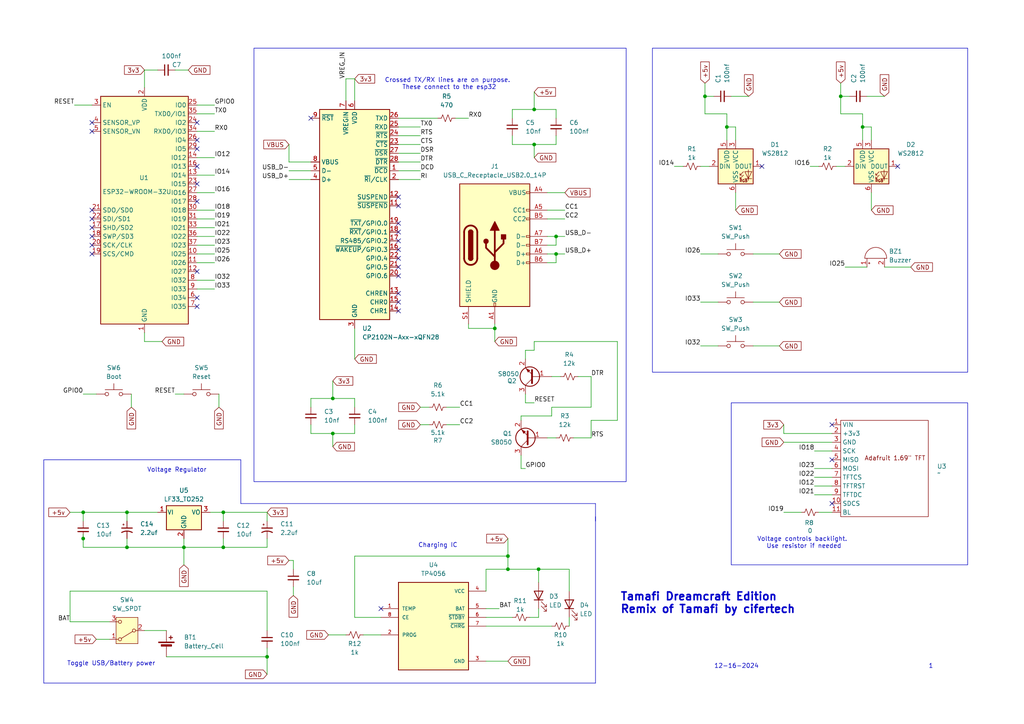
<source format=kicad_sch>
(kicad_sch (version 20231120) (generator "eeschema") (generator_version "8.0")
  (paper "A4")
  (lib_symbols
    (symbol "Connector:USB_C_Receptacle_USB2.0_14P" (pin_names (offset 1.016))
      (property "Reference" "J" (at 0 22.225 0))
      (property "Value" "USB_C_Receptacle_USB2.0_14P" (at 0 19.685 0))
      (symbol "USB_C_Receptacle_USB2.0_14P_1_1"
        (pin passive line (at 0 -22.86 90) (length 5.08) (name "GND") (number "A1"))
        (pin passive line (at 0 -22.86 90) (length 5.08) hide (name "GND") (number "A12"))
        (pin passive line (at 15.24 15.24 180) (length 5.08) (name "VBUS") (number "A4"))
        (pin bidirectional line (at 15.24 10.16 180) (length 5.08) (name "CC1") (number "A5"))
        (pin bidirectional line (at 15.24 -2.54 180) (length 5.08) (name "D+") (number "A6"))
        (pin bidirectional line (at 15.24 2.54 180) (length 5.08) (name "D-") (number "A7"))
        (pin passive line (at 15.24 15.24 180) (length 5.08) hide (name "VBUS") (number "A9"))
        (pin passive line (at 0 -22.86 90) (length 5.08) hide (name "GND") (number "B1"))
        (pin passive line (at 0 -22.86 90) (length 5.08) hide (name "GND") (number "B12"))
        (pin passive line (at 15.24 15.24 180) (length 5.08) hide (name "VBUS") (number "B4"))
        (pin bidirectional line (at 15.24 7.62 180) (length 5.08) (name "CC2") (number "B5"))
        (pin bidirectional line (at 15.24 -5.08 180) (length 5.08) (name "D+") (number "B6"))
        (pin bidirectional line (at 15.24 0 180) (length 5.08) (name "D-") (number "B7"))
        (pin passive line (at 15.24 15.24 180) (length 5.08) hide (name "VBUS") (number "B9"))
        (pin passive line (at -7.62 -22.86 90) (length 5.08) (name "SHIELD") (number "S1"))
      )
    )
    (symbol "Custom-Adafruit:Adafruit-1.69in-TFT"
      (property "Reference" "U3" (at 15.24 -0.6349 0))
      (property "Value" "~" (at 15.24 -2.54 0))
      (symbol "Adafruit-1.69in-TFT_1_1"
        (text "Adafruit 1.69\" TFT" (at 3.048 1.778 0) (effects (font (size 1.27 1.27))))
        (pin input line (at -15.24 11.43 0) (length 2.54) (name "VIN") (number "1"))
        (pin input line (at -15.24 -11.43 0) (length 2.54) (name "SDCS") (number "10"))
        (pin input line (at -15.24 -13.97 0) (length 2.54) (name "BL") (number "11"))
        (pin input line (at -15.24 8.89 0) (length 2.54) (name "+3v3") (number "2"))
        (pin input line (at -15.24 6.35 0) (length 2.54) (name "GND") (number "3"))
        (pin input line (at -15.24 3.81 0) (length 2.54) (name "SCK") (number "4"))
        (pin input line (at -15.24 1.27 0) (length 2.54) (name "MISO") (number "5"))
        (pin input line (at -15.24 -1.27 0) (length 2.54) (name "MOSI") (number "6"))
        (pin input line (at -15.24 -3.81 0) (length 2.54) (name "TFTCS") (number "7"))
        (pin input line (at -15.24 -6.35 0) (length 2.54) (name "TFTRST") (number "8"))
        (pin input line (at -15.24 -8.89 0) (length 2.54) (name "TFTDC") (number "9"))
      )
    )
    (symbol "CustomAdditions:TP4056" (pin_names (offset 1.016))
      (property "Reference" "U4" (at 0 17.78 0))
      (property "Value" "TP4056" (at 0 15.24 0))
      (symbol "TP4056_0_0"
        (pin input line (at -15.24 5.08 0) (length 5.08) (name "TEMP") (number "1"))
        (pin bidirectional line (at -15.24 -2.54 0) (length 5.08) (name "PROG") (number "2"))
        (pin power_in line (at 15.24 -10.16 180) (length 5.08) (name "GND") (number "3"))
        (pin power_in line (at 15.24 10.16 180) (length 5.08) (name "VCC") (number "4"))
        (pin output line (at 15.24 5.08 180) (length 5.08) (name "BAT") (number "5"))
        (pin output line (at 15.24 2.54 180) (length 5.08) (name "~{STDBY}") (number "6"))
        (pin output line (at 15.24 0 180) (length 5.08) (name "~{CHRG}") (number "7"))
        (pin input line (at -15.24 2.54 0) (length 5.08) (name "CE") (number "8"))
      )
    )
    (symbol "Device:Battery_Cell" (pin_numbers hide) (pin_names (offset 0) hide)
      (property "Reference" "BT" (at 2.54 2.54 0))
      (property "Value" "Battery_Cell" (at 2.54 0 0))
      (symbol "Battery_Cell_1_1"
        (pin passive line (at 0 5.08 270) (length 2.54) (name "+") (number "1"))
        (pin passive line (at 0 -2.54 90) (length 2.54) (name "-") (number "2"))
      )
    )
    (symbol "Device:Buzzer" (pin_names (offset 0.0254) hide)
      (property "Reference" "BZ" (at 3.81 1.27 0))
      (property "Value" "Buzzer" (at 3.81 -1.27 0))
      (symbol "Buzzer_1_1"
        (pin passive line (at -2.54 2.54 0) (length 2.54) (name "+") (number "1"))
        (pin passive line (at -2.54 -2.54 0) (length 2.54) (name "-") (number "2"))
      )
    )
    (symbol "Device:C_Polarized_Small_US" (pin_numbers hide) (pin_names (offset 0.254) hide)
      (property "Reference" "C" (at 0.254 1.778 0))
      (property "Value" "C_Polarized_Small_US" (at 0.254 -2.032 0))
      (symbol "C_Polarized_Small_US_1_1"
        (pin passive line (at 0 2.54 270) (length 2.032) (name "~") (number "1"))
        (pin passive line (at 0 -2.54 90) (length 2.032) (name "~") (number "2"))
      )
    )
    (symbol "Device:C_Small" (pin_numbers hide) (pin_names (offset 0.254) hide)
      (property "Reference" "C" (at 0.254 1.778 0))
      (property "Value" "C_Small" (at 0.254 -2.032 0))
      (symbol "C_Small_1_1"
        (pin passive line (at 0 2.54 270) (length 2.032) (name "~") (number "1"))
        (pin passive line (at 0 -2.54 90) (length 2.032) (name "~") (number "2"))
      )
    )
    (symbol "Device:LED" (pin_numbers hide) (pin_names (offset 1.016) hide)
      (property "Reference" "D" (at 0 2.54 0))
      (property "Value" "LED" (at 0 -2.54 0))
      (symbol "LED_1_1"
        (pin passive line (at -3.81 0 0) (length 2.54) (name "K") (number "1"))
        (pin passive line (at 3.81 0 180) (length 2.54) (name "A") (number "2"))
      )
    )
    (symbol "Device:R_Small_US" (pin_numbers hide) (pin_names (offset 0.254) hide)
      (property "Reference" "R" (at 0.762 0.508 0))
      (property "Value" "R_Small_US" (at 0.762 -1.016 0))
      (symbol "R_Small_US_1_1"
        (pin passive line (at 0 2.54 270) (length 1.016) (name "~") (number "1"))
        (pin passive line (at 0 -2.54 90) (length 1.016) (name "~") (number "2"))
      )
    )
    (symbol "Interface_USB:CP2102N-Axx-xQFN28"
      (property "Reference" "U" (at -8.89 31.75 0))
      (property "Value" "CP2102N-Axx-xQFN28" (at 12.7 31.75 0))
      (symbol "CP2102N-Axx-xQFN28_1_1"
        (pin input line (at 12.7 12.7 180) (length 2.54) (name "~{DCD}") (number "1"))
        (pin no_connect line (at -10.16 -27.94 0) (length 2.54) hide (name "NC") (number "10"))
        (pin output line (at 12.7 2.54 180) (length 2.54) (name "~{SUSPEND}") (number "11"))
        (pin output line (at 12.7 5.08 180) (length 2.54) (name "SUSPEND") (number "12"))
        (pin output line (at 12.7 -22.86 180) (length 2.54) (name "CHREN") (number "13"))
        (pin output line (at 12.7 -27.94 180) (length 2.54) (name "CHR1") (number "14"))
        (pin output line (at 12.7 -25.4 180) (length 2.54) (name "CHR0") (number "15"))
        (pin bidirectional line (at 12.7 -10.16 180) (length 2.54) (name "~{WAKEUP}/GPIO.3") (number "16"))
        (pin bidirectional line (at 12.7 -7.62 180) (length 2.54) (name "RS485/GPIO.2") (number "17"))
        (pin bidirectional line (at 12.7 -5.08 180) (length 2.54) (name "~{RXT}/GPIO.1") (number "18"))
        (pin bidirectional line (at 12.7 -2.54 180) (length 2.54) (name "~{TXT}/GPIO.0") (number "19"))
        (pin bidirectional line (at 12.7 10.16 180) (length 2.54) (name "~{RI}/CLK") (number "2"))
        (pin bidirectional line (at 12.7 -17.78 180) (length 2.54) (name "GPIO.6") (number "20"))
        (pin bidirectional line (at 12.7 -15.24 180) (length 2.54) (name "GPIO.5") (number "21"))
        (pin bidirectional line (at 12.7 -12.7 180) (length 2.54) (name "GPIO.4") (number "22"))
        (pin input line (at 12.7 20.32 180) (length 2.54) (name "~{CTS}") (number "23"))
        (pin output line (at 12.7 22.86 180) (length 2.54) (name "~{RTS}") (number "24"))
        (pin input line (at 12.7 25.4 180) (length 2.54) (name "RXD") (number "25"))
        (pin output line (at 12.7 27.94 180) (length 2.54) (name "TXD") (number "26"))
        (pin input line (at 12.7 17.78 180) (length 2.54) (name "~{DSR}") (number "27"))
        (pin output line (at 12.7 15.24 180) (length 2.54) (name "~{DTR}") (number "28"))
        (pin passive line (at 0 -33.02 90) (length 2.54) hide (name "GND") (number "29"))
        (pin power_in line (at 0 -33.02 90) (length 2.54) (name "GND") (number "3"))
        (pin bidirectional line (at -12.7 10.16 0) (length 2.54) (name "D+") (number "4"))
        (pin bidirectional line (at -12.7 12.7 0) (length 2.54) (name "D-") (number "5"))
        (pin power_in line (at 0 33.02 270) (length 2.54) (name "VDD") (number "6"))
        (pin power_in line (at -2.54 33.02 270) (length 2.54) (name "VREGIN") (number "7"))
        (pin input line (at -12.7 15.24 0) (length 2.54) (name "VBUS") (number "8"))
        (pin input line (at -12.7 27.94 0) (length 2.54) (name "~{RST}") (number "9"))
      )
    )
    (symbol "LED:WS2812" (pin_names (offset 0.254))
      (property "Reference" "D" (at 5.08 5.715 0))
      (property "Value" "WS2812" (at 1.27 -5.715 0))
      (symbol "WS2812_0_0"
        (text "RGB" (at 2.286 -4.191 0) (effects (font (size 0.762 0.762))))
      )
      (symbol "WS2812_1_1"
        (pin output line (at 7.62 0 180) (length 2.54) (name "DOUT") (number "1"))
        (pin input line (at -7.62 0 0) (length 2.54) (name "DIN") (number "2"))
        (pin power_in line (at 0 7.62 270) (length 2.54) (name "VCC") (number "3"))
        (pin no_connect line (at 5.08 2.54 180) (length 2.54) hide (name "NC") (number "4"))
        (pin power_in line (at -2.54 7.62 270) (length 2.54) (name "VDD") (number "5"))
        (pin power_in line (at 0 -7.62 90) (length 2.54) (name "VSS") (number "6"))
      )
    )
    (symbol "RF_Module:ESP32-WROOM-32U"
      (property "Reference" "U" (at -12.7 34.29 0))
      (property "Value" "ESP32-WROOM-32U" (at 1.27 34.29 0))
      (symbol "ESP32-WROOM-32U_1_1"
        (pin power_in line (at 0 -35.56 90) (length 2.54) (name "GND") (number "1"))
        (pin bidirectional line (at 15.24 -12.7 180) (length 2.54) (name "IO25") (number "10"))
        (pin bidirectional line (at 15.24 -15.24 180) (length 2.54) (name "IO26") (number "11"))
        (pin bidirectional line (at 15.24 -17.78 180) (length 2.54) (name "IO27") (number "12"))
        (pin bidirectional line (at 15.24 10.16 180) (length 2.54) (name "IO14") (number "13"))
        (pin bidirectional line (at 15.24 15.24 180) (length 2.54) (name "IO12") (number "14"))
        (pin passive line (at 0 -35.56 90) (length 2.54) hide (name "GND") (number "15"))
        (pin bidirectional line (at 15.24 12.7 180) (length 2.54) (name "IO13") (number "16"))
        (pin bidirectional line (at -15.24 -5.08 0) (length 2.54) (name "SHD/SD2") (number "17"))
        (pin bidirectional line (at -15.24 -7.62 0) (length 2.54) (name "SWP/SD3") (number "18"))
        (pin bidirectional line (at -15.24 -12.7 0) (length 2.54) (name "SCS/CMD") (number "19"))
        (pin power_in line (at 0 35.56 270) (length 2.54) (name "VDD") (number "2"))
        (pin bidirectional line (at -15.24 -10.16 0) (length 2.54) (name "SCK/CLK") (number "20"))
        (pin bidirectional line (at -15.24 0 0) (length 2.54) (name "SDO/SD0") (number "21"))
        (pin bidirectional line (at -15.24 -2.54 0) (length 2.54) (name "SDI/SD1") (number "22"))
        (pin bidirectional line (at 15.24 7.62 180) (length 2.54) (name "IO15") (number "23"))
        (pin bidirectional line (at 15.24 25.4 180) (length 2.54) (name "IO2") (number "24"))
        (pin bidirectional line (at 15.24 30.48 180) (length 2.54) (name "IO0") (number "25"))
        (pin bidirectional line (at 15.24 20.32 180) (length 2.54) (name "IO4") (number "26"))
        (pin bidirectional line (at 15.24 5.08 180) (length 2.54) (name "IO16") (number "27"))
        (pin bidirectional line (at 15.24 2.54 180) (length 2.54) (name "IO17") (number "28"))
        (pin bidirectional line (at 15.24 17.78 180) (length 2.54) (name "IO5") (number "29"))
        (pin input line (at -15.24 30.48 0) (length 2.54) (name "EN") (number "3"))
        (pin bidirectional line (at 15.24 0 180) (length 2.54) (name "IO18") (number "30"))
        (pin bidirectional line (at 15.24 -2.54 180) (length 2.54) (name "IO19") (number "31"))
        (pin no_connect line (at -12.7 -27.94 0) (length 2.54) hide (name "NC") (number "32"))
        (pin bidirectional line (at 15.24 -5.08 180) (length 2.54) (name "IO21") (number "33"))
        (pin bidirectional line (at 15.24 22.86 180) (length 2.54) (name "RXD0/IO3") (number "34"))
        (pin bidirectional line (at 15.24 27.94 180) (length 2.54) (name "TXD0/IO1") (number "35"))
        (pin bidirectional line (at 15.24 -7.62 180) (length 2.54) (name "IO22") (number "36"))
        (pin bidirectional line (at 15.24 -10.16 180) (length 2.54) (name "IO23") (number "37"))
        (pin passive line (at 0 -35.56 90) (length 2.54) hide (name "GND") (number "38"))
        (pin passive line (at 0 -35.56 90) (length 2.54) hide (name "GND") (number "39"))
        (pin input line (at -15.24 25.4 0) (length 2.54) (name "SENSOR_VP") (number "4"))
        (pin input line (at -15.24 22.86 0) (length 2.54) (name "SENSOR_VN") (number "5"))
        (pin input line (at 15.24 -25.4 180) (length 2.54) (name "IO34") (number "6"))
        (pin input line (at 15.24 -27.94 180) (length 2.54) (name "IO35") (number "7"))
        (pin bidirectional line (at 15.24 -20.32 180) (length 2.54) (name "IO32") (number "8"))
        (pin bidirectional line (at 15.24 -22.86 180) (length 2.54) (name "IO33") (number "9"))
      )
    )
    (symbol "Regulator_Linear:LF33_TO252" (pin_names (offset 0.254))
      (property "Reference" "U" (at -3.81 3.175 0))
      (property "Value" "LF33_TO252" (at 0 3.175 0))
      (symbol "LF33_TO252_1_1"
        (pin power_in line (at -7.62 0 0) (length 2.54) (name "VI") (number "1"))
        (pin power_in line (at 0 -7.62 90) (length 2.54) (name "GND") (number "2"))
        (pin power_out line (at 7.62 0 180) (length 2.54) (name "VO") (number "3"))
      )
    )
    (symbol "Switch:SW_Push" (pin_numbers hide) (pin_names (offset 1.016) hide)
      (property "Reference" "SW" (at 1.27 2.54 0))
      (property "Value" "SW_Push" (at 0 -1.524 0))
      (symbol "SW_Push_0_1"
        (pin passive line (at -5.08 0 0) (length 2.54) (name "1") (number "1"))
        (pin passive line (at 5.08 0 180) (length 2.54) (name "2") (number "2"))
      )
    )
    (symbol "Switch:SW_SPDT" (pin_names (offset 0) hide)
      (property "Reference" "SW" (at 0 5.08 0))
      (property "Value" "SW_SPDT" (at 0 -5.08 0))
      (symbol "SW_SPDT_1_1"
        (pin passive line (at 5.08 2.54 180) (length 2.54) (name "A") (number "1"))
        (pin passive line (at -5.08 0 0) (length 2.54) (name "B") (number "2"))
        (pin passive line (at 5.08 -2.54 180) (length 2.54) (name "C") (number "3"))
      )
    )
    (symbol "Transistor_BJT:SS8050" (pin_names (offset 0) hide)
      (property "Reference" "Q" (at 5.08 1.905 0))
      (property "Value" "SS8050" (at 5.08 0 0))
      (symbol "SS8050_1_1"
        (pin input line (at -5.08 0 0) (length 5.715) (name "B") (number "1"))
        (pin passive line (at 2.54 -5.08 90) (length 2.54) (name "E") (number "2"))
        (pin passive line (at 2.54 5.08 270) (length 2.54) (name "C") (number "3"))
      )
    )
  )
  (junction (at 36.83 148.59))
  (junction (at 53.34 158.75))
  (junction (at 154.94 41.91))
  (junction (at 243.84 27.94))
  (junction (at 210.82 36.83))
  (junction (at 96.52 125.73))
  (junction (at 96.52 115.57))
  (junction (at 24.13 148.59))
  (junction (at 154.94 31.75))
  (junction (at 161.29 68.58))
  (junction (at 161.29 73.66))
  (junction (at 64.77 148.59))
  (junction (at 156.21 165.1))
  (junction (at 24.13 156.21))
  (junction (at 250.19 36.83))
  (junction (at 147.32 161.29))
  (junction (at 36.83 158.75))
  (junction (at 147.32 165.1))
  (junction (at 77.47 190.5))
  (junction (at 204.47 27.94))
  (junction (at 143.51 95.25))
  (junction (at 64.77 158.75))
  (no_connect (at 26.67 63.5))
  (no_connect (at 57.15 88.9))
  (no_connect (at 57.15 53.34))
  (no_connect (at 115.57 87.63))
  (no_connect (at 90.17 34.29))
  (no_connect (at 110.49 176.53))
  (no_connect (at 26.67 71.12))
  (no_connect (at 57.15 43.18))
  (no_connect (at 26.67 35.56))
  (no_connect (at 57.15 48.26))
  (no_connect (at 57.15 35.56))
  (no_connect (at 115.57 57.15))
  (no_connect (at 57.15 58.42))
  (no_connect (at 241.3 123.19))
  (no_connect (at 241.3 133.35))
  (no_connect (at 115.57 90.17))
  (no_connect (at 26.67 38.1))
  (no_connect (at 115.57 72.39))
  (no_connect (at 115.57 64.77))
  (no_connect (at 26.67 60.96))
  (no_connect (at 115.57 85.09))
  (no_connect (at 26.67 73.66))
  (no_connect (at 220.98 48.26))
  (no_connect (at 115.57 74.93))
  (no_connect (at 115.57 80.01))
  (no_connect (at 26.67 68.58))
  (no_connect (at 115.57 69.85))
  (no_connect (at 57.15 86.36))
  (no_connect (at 260.35 48.26))
  (no_connect (at 26.67 66.04))
  (no_connect (at 57.15 78.74))
  (no_connect (at 241.3 146.05))
  (no_connect (at 115.57 59.69))
  (no_connect (at 115.57 77.47))
  (no_connect (at 115.57 67.31))
  (no_connect (at 57.15 40.64))
  (wire (pts (xy 24.13 156.21) (xy 24.13 154.94)))
  (wire (pts (xy 46.99 99.06) (xy 41.91 99.06)))
  (wire (pts (xy 115.57 49.53) (xy 121.92 49.53)))
  (wire (pts (xy 41.91 20.32) (xy 41.91 25.4)))
  (wire (pts (xy 213.36 55.88) (xy 213.36 60.96)))
  (polyline (pts (xy 69.85 146.05) (xy 172.72 146.05)))
  (polyline (pts (xy 12.7 198.12) (xy 12.7 133.35)))
  (wire (pts (xy 160.02 120.65) (xy 160.02 118.11)))
  (wire (pts (xy 96.52 115.57) (xy 102.87 115.57)))
  (polyline (pts (xy 172.72 149.86) (xy 172.72 198.12)))
  (polyline (pts (xy 69.85 133.35) (xy 69.85 146.05)))
  (wire (pts (xy 161.29 34.29) (xy 161.29 31.75)))
  (wire (pts (xy 236.22 135.89) (xy 241.3 135.89)))
  (wire (pts (xy 250.19 33.02) (xy 243.84 33.02)))
  (wire (pts (xy 41.91 99.06) (xy 41.91 96.52)))
  (wire (pts (xy 41.91 20.32) (xy 45.72 20.32)))
  (wire (pts (xy 57.15 73.66) (xy 62.23 73.66)))
  (wire (pts (xy 161.29 41.91) (xy 154.94 41.91)))
  (wire (pts (xy 132.08 34.29) (xy 135.89 34.29)))
  (wire (pts (xy 158.75 73.66) (xy 161.29 73.66)))
  (polyline (pts (xy 172.72 198.12) (xy 12.7 198.12)))
  (wire (pts (xy 227.33 128.27) (xy 241.3 128.27)))
  (wire (pts (xy 77.47 187.96) (xy 77.47 190.5)))
  (wire (pts (xy 64.77 148.59) (xy 77.47 148.59)))
  (wire (pts (xy 115.57 36.83) (xy 121.92 36.83)))
  (wire (pts (xy 218.44 73.66) (xy 226.06 73.66)))
  (wire (pts (xy 64.77 156.21) (xy 64.77 158.75)))
  (wire (pts (xy 234.95 48.26) (xy 237.49 48.26)))
  (wire (pts (xy 57.15 81.28) (xy 62.23 81.28)))
  (wire (pts (xy 161.29 68.58) (xy 163.83 68.58)))
  (wire (pts (xy 24.13 151.13) (xy 24.13 148.59)))
  (wire (pts (xy 77.47 182.88) (xy 77.47 171.45)))
  (wire (pts (xy 102.87 123.19) (xy 102.87 125.73)))
  (wire (pts (xy 140.97 165.1) (xy 147.32 165.1)))
  (wire (pts (xy 148.59 31.75) (xy 154.94 31.75)))
  (wire (pts (xy 102.87 179.07) (xy 102.87 161.29)))
  (wire (pts (xy 153.67 179.07) (xy 156.21 179.07)))
  (wire (pts (xy 124.46 123.19) (xy 121.92 123.19)))
  (wire (pts (xy 156.21 168.91) (xy 156.21 165.1)))
  (wire (pts (xy 57.15 66.04) (xy 62.23 66.04)))
  (wire (pts (xy 115.57 39.37) (xy 121.92 39.37)))
  (wire (pts (xy 53.34 156.21) (xy 53.34 158.75)))
  (wire (pts (xy 148.59 41.91) (xy 154.94 41.91)))
  (wire (pts (xy 115.57 41.91) (xy 121.92 41.91)))
  (wire (pts (xy 152.4 116.84) (xy 152.4 114.3)))
  (wire (pts (xy 64.77 151.13) (xy 64.77 148.59)))
  (wire (pts (xy 213.36 40.64) (xy 213.36 36.83)))
  (wire (pts (xy 57.15 33.02) (xy 62.23 33.02)))
  (wire (pts (xy 243.84 33.02) (xy 243.84 27.94)))
  (wire (pts (xy 57.15 63.5) (xy 62.23 63.5)))
  (wire (pts (xy 105.41 184.15) (xy 110.49 184.15)))
  (wire (pts (xy 77.47 158.75) (xy 77.47 156.21)))
  (wire (pts (xy 77.47 148.59) (xy 77.47 151.13)))
  (wire (pts (xy 57.15 76.2) (xy 62.23 76.2)))
  (wire (pts (xy 90.17 118.11) (xy 90.17 115.57)))
  (wire (pts (xy 96.52 110.49) (xy 96.52 115.57)))
  (wire (pts (xy 195.58 48.26) (xy 198.12 48.26)))
  (wire (pts (xy 152.4 135.89) (xy 151.13 135.89)))
  (wire (pts (xy 140.97 191.77) (xy 147.32 191.77)))
  (wire (pts (xy 53.34 158.75) (xy 53.34 163.83)))
  (wire (pts (xy 77.47 190.5) (xy 77.47 195.58)))
  (wire (pts (xy 250.19 36.83) (xy 250.19 33.02)))
  (wire (pts (xy 236.22 143.51) (xy 241.3 143.51)))
  (wire (pts (xy 102.87 22.86) (xy 102.87 29.21)))
  (wire (pts (xy 148.59 34.29) (xy 148.59 31.75)))
  (wire (pts (xy 210.82 36.83) (xy 210.82 33.02)))
  (wire (pts (xy 154.94 26.67) (xy 154.94 31.75)))
  (wire (pts (xy 57.15 38.1) (xy 62.23 38.1)))
  (wire (pts (xy 203.2 73.66) (xy 208.28 73.66)))
  (wire (pts (xy 151.13 135.89) (xy 151.13 132.08)))
  (wire (pts (xy 158.75 127) (xy 161.29 127)))
  (wire (pts (xy 36.83 156.21) (xy 36.83 158.75)))
  (wire (pts (xy 100.33 22.86) (xy 102.87 22.86)))
  (wire (pts (xy 57.15 55.88) (xy 62.23 55.88)))
  (wire (pts (xy 57.15 68.58) (xy 62.23 68.58)))
  (wire (pts (xy 245.11 77.47) (xy 251.46 77.47)))
  (wire (pts (xy 160.02 109.22) (xy 162.56 109.22)))
  (wire (pts (xy 243.84 27.94) (xy 246.38 27.94)))
  (wire (pts (xy 161.29 76.2) (xy 161.29 73.66)))
  (wire (pts (xy 124.46 118.11) (xy 121.92 118.11)))
  (wire (pts (xy 85.09 170.18) (xy 85.09 172.72)))
  (wire (pts (xy 50.8 20.32) (xy 54.61 20.32)))
  (wire (pts (xy 53.34 158.75) (xy 64.77 158.75)))
  (wire (pts (xy 20.32 180.34) (xy 31.75 180.34)))
  (wire (pts (xy 27.94 185.42) (xy 31.75 185.42)))
  (wire (pts (xy 204.47 27.94) (xy 207.01 27.94)))
  (wire (pts (xy 256.54 77.47) (xy 264.16 77.47)))
  (wire (pts (xy 154.94 101.6) (xy 152.4 101.6)))
  (wire (pts (xy 252.73 36.83) (xy 252.73 40.64)))
  (wire (pts (xy 203.2 48.26) (xy 205.74 48.26)))
  (wire (pts (xy 110.49 179.07) (xy 102.87 179.07)))
  (wire (pts (xy 166.37 127) (xy 171.45 127)))
  (wire (pts (xy 115.57 34.29) (xy 127 34.29)))
  (wire (pts (xy 60.96 148.59) (xy 64.77 148.59)))
  (wire (pts (xy 218.44 100.33) (xy 226.06 100.33)))
  (wire (pts (xy 165.1 179.07) (xy 165.1 181.61)))
  (wire (pts (xy 115.57 44.45) (xy 121.92 44.45)))
  (wire (pts (xy 252.73 55.88) (xy 252.73 60.96)))
  (wire (pts (xy 140.97 176.53) (xy 144.78 176.53)))
  (wire (pts (xy 115.57 52.07) (xy 121.92 52.07)))
  (wire (pts (xy 57.15 45.72) (xy 62.23 45.72)))
  (wire (pts (xy 83.82 162.56) (xy 85.09 162.56)))
  (wire (pts (xy 251.46 27.94) (xy 256.54 27.94)))
  (wire (pts (xy 237.49 148.59) (xy 241.3 148.59)))
  (wire (pts (xy 90.17 125.73) (xy 96.52 125.73)))
  (wire (pts (xy 210.82 40.64) (xy 210.82 36.83)))
  (wire (pts (xy 147.32 156.21) (xy 147.32 161.29)))
  (wire (pts (xy 161.29 71.12) (xy 161.29 68.58)))
  (wire (pts (xy 242.57 48.26) (xy 245.11 48.26)))
  (wire (pts (xy 140.97 179.07) (xy 148.59 179.07)))
  (wire (pts (xy 236.22 130.81) (xy 241.3 130.81)))
  (wire (pts (xy 20.32 171.45) (xy 20.32 180.34)))
  (wire (pts (xy 152.4 101.6) (xy 152.4 104.14)))
  (wire (pts (xy 165.1 171.45) (xy 165.1 165.1)))
  (wire (pts (xy 203.2 100.33) (xy 208.28 100.33)))
  (wire (pts (xy 21.59 30.48) (xy 26.67 30.48)))
  (polyline (pts (xy 172.72 146.05) (xy 172.72 151.13)))
  (wire (pts (xy 24.13 148.59) (xy 36.83 148.59)))
  (wire (pts (xy 36.83 158.75) (xy 53.34 158.75)))
  (wire (pts (xy 85.09 162.56) (xy 85.09 165.1)))
  (wire (pts (xy 179.07 99.06) (xy 179.07 121.92)))
  (wire (pts (xy 20.32 148.59) (xy 24.13 148.59)))
  (wire (pts (xy 154.94 41.91) (xy 154.94 45.72)))
  (wire (pts (xy 227.33 125.73) (xy 227.33 123.19)))
  (wire (pts (xy 24.13 158.75) (xy 36.83 158.75)))
  (wire (pts (xy 50.8 114.3) (xy 53.34 114.3)))
  (wire (pts (xy 102.87 161.29) (xy 147.32 161.29)))
  (wire (pts (xy 158.75 76.2) (xy 161.29 76.2)))
  (wire (pts (xy 83.82 52.07) (xy 90.17 52.07)))
  (wire (pts (xy 151.13 120.65) (xy 151.13 121.92)))
  (wire (pts (xy 147.32 165.1) (xy 147.32 161.29)))
  (wire (pts (xy 160.02 118.11) (xy 171.45 118.11)))
  (wire (pts (xy 102.87 95.25) (xy 102.87 104.14)))
  (wire (pts (xy 204.47 27.94) (xy 204.47 24.13)))
  (wire (pts (xy 57.15 60.96) (xy 62.23 60.96)))
  (wire (pts (xy 158.75 68.58) (xy 161.29 68.58)))
  (wire (pts (xy 140.97 165.1) (xy 140.97 171.45)))
  (wire (pts (xy 38.1 114.3) (xy 38.1 118.11)))
  (wire (pts (xy 252.73 36.83) (xy 250.19 36.83)))
  (wire (pts (xy 129.54 123.19) (xy 133.35 123.19)))
  (wire (pts (xy 236.22 140.97) (xy 241.3 140.97)))
  (wire (pts (xy 241.3 125.73) (xy 227.33 125.73)))
  (wire (pts (xy 154.94 99.06) (xy 179.07 99.06)))
  (wire (pts (xy 48.26 182.88) (xy 41.91 182.88)))
  (wire (pts (xy 227.33 148.59) (xy 232.41 148.59)))
  (wire (pts (xy 24.13 156.21) (xy 24.13 158.75)))
  (wire (pts (xy 57.15 71.12) (xy 62.23 71.12)))
  (wire (pts (xy 129.54 118.11) (xy 133.35 118.11)))
  (wire (pts (xy 57.15 30.48) (xy 62.23 30.48)))
  (wire (pts (xy 167.64 109.22) (xy 171.45 109.22)))
  (wire (pts (xy 36.83 148.59) (xy 36.83 151.13)))
  (wire (pts (xy 204.47 33.02) (xy 204.47 27.94)))
  (wire (pts (xy 212.09 27.94) (xy 217.17 27.94)))
  (wire (pts (xy 154.94 31.75) (xy 161.29 31.75)))
  (wire (pts (xy 36.83 148.59) (xy 45.72 148.59)))
  (wire (pts (xy 147.32 165.1) (xy 156.21 165.1)))
  (wire (pts (xy 213.36 36.83) (xy 210.82 36.83)))
  (wire (pts (xy 151.13 120.65) (xy 160.02 120.65)))
  (wire (pts (xy 158.75 60.96) (xy 163.83 60.96)))
  (wire (pts (xy 154.94 101.6) (xy 154.94 99.06)))
  (wire (pts (xy 210.82 33.02) (xy 204.47 33.02)))
  (wire (pts (xy 165.1 165.1) (xy 156.21 165.1)))
  (wire (pts (xy 96.52 125.73) (xy 96.52 129.54)))
  (polyline (pts (xy 12.7 133.35) (xy 69.85 133.35)))
  (wire (pts (xy 64.77 158.75) (xy 77.47 158.75)))
  (wire (pts (xy 90.17 46.99) (xy 83.82 46.99)))
  (wire (pts (xy 148.59 39.37) (xy 148.59 41.91)))
  (wire (pts (xy 102.87 125.73) (xy 96.52 125.73)))
  (wire (pts (xy 77.47 171.45) (xy 20.32 171.45)))
  (wire (pts (xy 135.89 95.25) (xy 143.51 95.25)))
  (wire (pts (xy 154.94 116.84) (xy 152.4 116.84)))
  (wire (pts (xy 63.5 114.3) (xy 63.5 118.11)))
  (wire (pts (xy 57.15 50.8) (xy 62.23 50.8)))
  (wire (pts (xy 158.75 63.5) (xy 163.83 63.5)))
  (wire (pts (xy 48.26 190.5) (xy 77.47 190.5)))
  (wire (pts (xy 218.44 87.63) (xy 226.06 87.63)))
  (wire (pts (xy 161.29 73.66) (xy 163.83 73.66)))
  (wire (pts (xy 143.51 95.25) (xy 143.51 99.06)))
  (wire (pts (xy 115.57 46.99) (xy 121.92 46.99)))
  (wire (pts (xy 156.21 179.07) (xy 156.21 176.53)))
  (wire (pts (xy 158.75 55.88) (xy 163.83 55.88)))
  (wire (pts (xy 24.13 114.3) (xy 27.94 114.3)))
  (wire (pts (xy 236.22 138.43) (xy 241.3 138.43)))
  (wire (pts (xy 250.19 40.64) (xy 250.19 36.83)))
  (wire (pts (xy 57.15 83.82) (xy 62.23 83.82)))
  (wire (pts (xy 203.2 87.63) (xy 208.28 87.63)))
  (wire (pts (xy 161.29 39.37) (xy 161.29 41.91)))
  (wire (pts (xy 83.82 46.99) (xy 83.82 41.91)))
  (wire (pts (xy 100.33 22.86) (xy 100.33 29.21)))
  (wire (pts (xy 171.45 118.11) (xy 171.45 109.22)))
  (wire (pts (xy 95.25 184.15) (xy 100.33 184.15)))
  (wire (pts (xy 158.75 71.12) (xy 161.29 71.12)))
  (wire (pts (xy 135.89 93.98) (xy 135.89 95.25)))
  (wire (pts (xy 143.51 93.98) (xy 143.51 95.25)))
  (wire (pts (xy 90.17 123.19) (xy 90.17 125.73)))
  (wire (pts (xy 90.17 115.57) (xy 96.52 115.57)))
  (wire (pts (xy 171.45 121.92) (xy 171.45 127)))
  (wire (pts (xy 83.82 49.53) (xy 90.17 49.53)))
  (wire (pts (xy 102.87 118.11) (xy 102.87 115.57)))
  (wire (pts (xy 179.07 121.92) (xy 171.45 121.92)))
  (wire (pts (xy 140.97 181.61) (xy 160.02 181.61)))
  (wire (pts (xy 243.84 27.94) (xy 243.84 24.13)))
  (rectangle (start 212.09 116.84) (end 280.67 163.83))
  (rectangle (start 189.23 13.97) (end 280.67 107.95))
  (rectangle (start 73.66 13.97) (end 181.61 139.7))
  (image (at 147.32 -109.22))
  (text "12-16-2024" (at 213.614 193.294 0) (effects (font (size 1.27 1.27))))
  (text "1" (at 270.002 193.294 0) (effects (font (size 1.27 1.27))))
  (text "Charging IC" (at 127 158.242 0) (effects (font (size 1.27 1.27))))
  (text "Voltage Regulator" (at 51.308 136.398 0) (effects (font (size 1.27 1.27))))
  (text "Toggle USB/Battery power" (at 32.258 192.532 0) (effects (font (size 1.27 1.27))))
  (text "Crossed TX/RX lines are on purpose. \nThese connect to the esp32" (at 130.302 24.384 0) (effects (font (size 1.27 1.27))))
  (text "Voltage controls backlight. \nUse resistor if needed" (at 233.172 157.48 0) (effects (font (size 1.27 1.27))))
  (text "Tamafi Dreamcraft Edition\nRemix of Tamafi by cifertech" (at 179.832 175.006 0) (effects (font (size 2.27 2.27) (thickness 0.454) (bold yes)) (justify left)))
  (label "IO33" (at 62.23 83.82 0))
  (label "IO23" (at 236.22 135.89 180))
  (label "RX0" (at 135.89 34.29 0))
  (label "CC1" (at 133.35 118.11 0))
  (label "IO19" (at 227.33 148.59 180))
  (label "BAT" (at 20.32 180.34 180))
  (label "IO22" (at 62.23 68.58 0))
  (label "DCD" (at 121.92 49.53 0))
  (label "USB_D-" (at 83.82 49.53 180))
  (label "GPIO0" (at 24.13 114.3 180))
  (label "IO21" (at 62.23 66.04 0))
  (label "GPIO0" (at 62.23 30.48 0))
  (label "DSR" (at 121.92 44.45 0))
  (label "RX0" (at 62.23 38.1 0))
  (label "IO22" (at 236.22 138.43 180))
  (label "RTS" (at 121.92 39.37 0))
  (label "IO25" (at 62.23 73.66 0))
  (label "IO32" (at 203.2 100.33 180))
  (label "IO19" (at 62.23 63.5 0))
  (label "IO18" (at 62.23 60.96 0))
  (label "BAT" (at 144.78 176.53 0))
  (label "RESET" (at 154.94 116.84 0))
  (label "USB_D-" (at 163.83 68.58 0))
  (label "IO14" (at 62.23 50.8 0))
  (label "IO18" (at 236.22 130.81 180))
  (label "RESET" (at 21.59 30.48 180))
  (label "IO33" (at 203.2 87.63 180))
  (label "CC1" (at 163.83 60.96 0))
  (label "IO14" (at 195.58 48.26 180))
  (label "IO12" (at 236.22 140.97 180))
  (label "USB_D+" (at 163.83 73.66 0))
  (label "USB_D+" (at 83.82 52.07 180))
  (label "RI" (at 121.92 52.07 0))
  (label "TX0" (at 121.92 36.83 0))
  (label "CC2" (at 163.83 63.5 0))
  (label "IO26" (at 62.23 76.2 0))
  (label "IO21" (at 236.22 143.51 180))
  (label "DTR" (at 121.92 46.99 0))
  (label "IO25" (at 245.11 77.47 180))
  (label "CC2" (at 133.35 123.19 0))
  (label "IO12" (at 62.23 45.72 0))
  (label "IO23" (at 62.23 71.12 0))
  (label "DTR" (at 171.45 109.22 0))
  (label "IO16" (at 234.95 48.26 180))
  (label "RTS" (at 171.45 127 0))
  (label "GPIO0" (at 152.4 135.89 0))
  (label "RESET" (at 50.8 114.3 180))
  (label "IO26" (at 203.2 73.66 180))
  (label "TX0" (at 62.23 33.02 0))
  (label "VREG_IN" (at 100.33 22.86 90))
  (label "CTS" (at 121.92 41.91 0))
  (label "IO32" (at 62.23 81.28 0))
  (label "IO16" (at 62.23 55.88 0))
  (global_label "3v3" (shape input) (at 102.87 22.86 0) (property "Intersheetrefs" "${INTERSHEET_REFS}" (effects (hide yes))))
  (global_label "GND" (shape input) (at 102.87 104.14 0) (property "Intersheetrefs" "${INTERSHEET_REFS}" (effects (hide yes))))
  (global_label "VBUS" (shape input) (at 83.82 41.91 180) (property "Intersheetrefs" "${INTERSHEET_REFS}" (effects (hide yes))))
  (global_label "GND" (shape input) (at 121.92 123.19 180) (property "Intersheetrefs" "${INTERSHEET_REFS}" (effects (hide yes))))
  (global_label "3v3" (shape input) (at 227.33 123.19 180) (property "Intersheetrefs" "${INTERSHEET_REFS}" (effects (hide yes))))
  (global_label "+5v" (shape input) (at 204.47 24.13 90) (property "Intersheetrefs" "${INTERSHEET_REFS}" (effects (hide yes))))
  (global_label "GND" (shape input) (at 53.34 163.83 270) (property "Intersheetrefs" "${INTERSHEET_REFS}" (effects (hide yes))))
  (global_label "GND" (shape input) (at 226.06 73.66 0) (property "Intersheetrefs" "${INTERSHEET_REFS}" (effects (hide yes))))
  (global_label "GND" (shape input) (at 154.94 45.72 0) (property "Intersheetrefs" "${INTERSHEET_REFS}" (effects (hide yes))))
  (global_label "3v3" (shape input) (at 77.47 148.59 0) (property "Intersheetrefs" "${INTERSHEET_REFS}" (effects (hide yes))))
  (global_label "GND" (shape input) (at 143.51 99.06 0) (property "Intersheetrefs" "${INTERSHEET_REFS}" (effects (hide yes))))
  (global_label "GND" (shape input) (at 264.16 77.47 0) (property "Intersheetrefs" "${INTERSHEET_REFS}" (effects (hide yes))))
  (global_label "GND" (shape input) (at 96.52 129.54 0) (property "Intersheetrefs" "${INTERSHEET_REFS}" (effects (hide yes))))
  (global_label "3v3" (shape input) (at 41.91 20.32 180) (property "Intersheetrefs" "${INTERSHEET_REFS}" (effects (hide yes))))
  (global_label "+5v" (shape input) (at 27.94 185.42 180) (property "Intersheetrefs" "${INTERSHEET_REFS}" (effects (hide yes))))
  (global_label "GND" (shape input) (at 217.17 27.94 90) (property "Intersheetrefs" "${INTERSHEET_REFS}" (effects (hide yes))))
  (global_label "GND" (shape input) (at 95.25 184.15 180) (property "Intersheetrefs" "${INTERSHEET_REFS}" (effects (hide yes))))
  (global_label "GND" (shape input) (at 256.54 27.94 90) (property "Intersheetrefs" "${INTERSHEET_REFS}" (effects (hide yes))))
  (global_label "GND" (shape input) (at 63.5 118.11 270) (property "Intersheetrefs" "${INTERSHEET_REFS}" (effects (hide yes))))
  (global_label "3v3" (shape input) (at 96.52 110.49 0) (property "Intersheetrefs" "${INTERSHEET_REFS}" (effects (hide yes))))
  (global_label "GND" (shape input) (at 252.73 60.96 0) (property "Intersheetrefs" "${INTERSHEET_REFS}" (effects (hide yes))))
  (global_label "GND" (shape input) (at 227.33 128.27 180) (property "Intersheetrefs" "${INTERSHEET_REFS}" (effects (hide yes))))
  (global_label "GND" (shape input) (at 121.92 118.11 180) (property "Intersheetrefs" "${INTERSHEET_REFS}" (effects (hide yes))))
  (global_label "+5v" (shape input) (at 83.82 162.56 180) (property "Intersheetrefs" "${INTERSHEET_REFS}" (effects (hide yes))))
  (global_label "GND" (shape input) (at 38.1 118.11 270) (property "Intersheetrefs" "${INTERSHEET_REFS}" (effects (hide yes))))
  (global_label "GND" (shape input) (at 46.99 99.06 0) (property "Intersheetrefs" "${INTERSHEET_REFS}" (effects (hide yes))))
  (global_label "GND" (shape input) (at 77.47 195.58 180) (property "Intersheetrefs" "${INTERSHEET_REFS}" (effects (hide yes))))
  (global_label "GND" (shape input) (at 147.32 191.77 0) (property "Intersheetrefs" "${INTERSHEET_REFS}" (effects (hide yes))))
  (global_label "GND" (shape input) (at 226.06 87.63 0) (property "Intersheetrefs" "${INTERSHEET_REFS}" (effects (hide yes))))
  (global_label "+5v" (shape input) (at 154.94 26.67 0) (property "Intersheetrefs" "${INTERSHEET_REFS}" (effects (hide yes))))
  (global_label "+5v" (shape input) (at 243.84 24.13 90) (property "Intersheetrefs" "${INTERSHEET_REFS}" (effects (hide yes))))
  (global_label "+5v" (shape input) (at 147.32 156.21 180) (property "Intersheetrefs" "${INTERSHEET_REFS}" (effects (hide yes))))
  (global_label "+5v" (shape input) (at 20.32 148.59 180) (property "Intersheetrefs" "${INTERSHEET_REFS}" (effects (hide yes))))
  (global_label "GND" (shape input) (at 226.06 100.33 0) (property "Intersheetrefs" "${INTERSHEET_REFS}" (effects (hide yes))))
  (global_label "GND" (shape input) (at 54.61 20.32 0) (property "Intersheetrefs" "${INTERSHEET_REFS}" (effects (hide yes))))
  (global_label "GND" (shape input) (at 213.36 60.96 0) (property "Intersheetrefs" "${INTERSHEET_REFS}" (effects (hide yes))))
  (global_label "VBUS" (shape input) (at 163.83 55.88 0) (property "Intersheetrefs" "${INTERSHEET_REFS}" (effects (hide yes))))
  (global_label "GND" (shape input) (at 85.09 172.72 270) (property "Intersheetrefs" "${INTERSHEET_REFS}" (effects (hide yes))))
  (symbol (lib_id "Device:R_Small_US") (at 234.95 148.59 270) (unit 1)
    (property "Reference" "R8" (at 234.696 151.638 90))
    (property "Value" "0" (at 234.95 153.924 90))
    (property "Footprint" "Resistor_SMD:R_0805_2012Metric" (effects (hide yes)))
    (property "Description" "Resistor, small US symbol" (effects (hide yes)))
  )
  (symbol (lib_id "Switch:SW_Push") (at 213.36 73.66 0) (unit 1)
    (property "Reference" "SW1" (at 213.36 66.04 0))
    (property "Value" "SW_Push" (at 213.36 68.58 0))
    (property "Footprint" "Button_Switch_SMD:SW_SPST_B3S-1000" (effects (hide yes)))
    (property "Description" "Push button switch, generic, two pins" (effects (hide yes)))
  )
  (symbol (lib_id "Device:Buzzer") (at 254 74.93 90) (unit 1)
    (property "Reference" "BZ1" (at 257.81 72.9048 90) (effects (justify right)))
    (property "Value" "Buzzer" (at 257.81 75.4448 90) (effects (justify right)))
    (property "Footprint" "Buzzer_Beeper:Buzzer_12x9.5RM7.6" (effects (hide yes)))
    (property "Description" "Buzzer, polarized" (effects (hide yes)))
  )
  (symbol (lib_id "Device:C_Small") (at 85.09 167.64 0) (unit 1)
    (property "Reference" "C8" (at 88.9 166.3762 0) (effects (justify left)))
    (property "Value" "10uf" (at 88.9 168.9162 0) (effects (justify left)))
    (property "Footprint" "Capacitor_SMD:C_0805_2012Metric" (effects (hide yes)))
    (property "Description" "Unpolarized capacitor, small symbol" (effects (hide yes)))
  )
  (symbol (lib_id "Switch:SW_Push") (at 213.36 87.63 0) (unit 1)
    (property "Reference" "SW2" (at 213.36 80.01 0))
    (property "Value" "SW_Push" (at 213.36 82.55 0))
    (property "Footprint" "Button_Switch_SMD:SW_SPST_B3S-1000" (effects (hide yes)))
    (property "Description" "Push button switch, generic, two pins" (effects (hide yes)))
  )
  (symbol (lib_id "Device:C_Small") (at 77.47 185.42 0) (unit 1)
    (property "Reference" "C10" (at 81.28 184.1562 0) (effects (justify left)))
    (property "Value" "100nf" (at 81.28 186.6962 0) (effects (justify left)))
    (property "Footprint" "Capacitor_SMD:C_0805_2012Metric" (effects (hide yes)))
    (property "Description" "Unpolarized capacitor, small symbol" (effects (hide yes)))
  )
  (symbol (lib_id "Device:R_Small_US") (at 165.1 109.22 90) (unit 1)
    (property "Reference" "R4" (at 165.1 102.87 90))
    (property "Value" "12k" (at 165.1 105.41 90))
    (property "Footprint" "Resistor_SMD:R_0805_2012Metric" (effects (hide yes)))
    (property "Description" "Resistor, small US symbol" (effects (hide yes)))
  )
  (symbol (lib_id "Switch:SW_Push") (at 213.36 100.33 0) (unit 1)
    (property "Reference" "SW3" (at 213.36 92.71 0))
    (property "Value" "SW_Push" (at 213.36 95.25 0))
    (property "Footprint" "Button_Switch_SMD:SW_SPST_B3S-1000" (effects (hide yes)))
    (property "Description" "Push button switch, generic, two pins" (effects (hide yes)))
  )
  (symbol (lib_id "Device:C_Small") (at 24.13 153.67 0) (unit 1)
    (property "Reference" "C13" (at 27.94 152.4062 0) (effects (justify left)))
    (property "Value" "10uf" (at 27.94 154.9462 0) (effects (justify left)))
    (property "Footprint" "Capacitor_SMD:C_0805_2012Metric" (effects (hide yes)))
    (property "Description" "Unpolarized capacitor, small symbol" (effects (hide yes)))
  )
  (symbol (lib_id "Device:R_Small_US") (at 240.03 48.26 270) (unit 1)
    (property "Reference" "R2" (at 240.03 43.18 90))
    (property "Value" "1k" (at 240.03 45.72 90))
    (property "Footprint" "Resistor_SMD:R_0805_2012Metric" (effects (hide yes)))
    (property "Description" "Resistor, small US symbol" (effects (hide yes)))
  )
  (symbol (lib_id "Device:C_Small") (at 64.77 153.67 0) (unit 1)
    (property "Reference" "C12" (at 68.58 152.4062 0) (effects (justify left)))
    (property "Value" "10uf" (at 68.58 154.9462 0) (effects (justify left)))
    (property "Footprint" "Capacitor_SMD:C_0805_2012Metric" (effects (hide yes)))
    (property "Description" "Unpolarized capacitor, small symbol" (effects (hide yes)))
  )
  (symbol (lib_id "Custom-Adafruit:Adafruit-1.69in-TFT") (at 256.54 134.62 0) (unit 1)
    (property "Reference" "U3" (at 271.78 135.2549 0) (effects (justify left)))
    (property "Value" "~" (at 271.78 137.16 0) (effects (justify left)))
    (property "Footprint" "Custom-Adafruit:Adafruit 1.69in 280x240 TFT" (effects (hide yes)))
  )
  (symbol (lib_id "Device:R_Small_US") (at 102.87 184.15 90) (unit 1)
    (property "Reference" "R12" (at 102.87 186.69 90))
    (property "Value" "1k" (at 102.87 189.23 90))
    (property "Footprint" "Resistor_SMD:R_0805_2012Metric" (effects (hide yes)))
    (property "Description" "Resistor, small US symbol" (effects (hide yes)))
  )
  (symbol (lib_id "Device:R_Small_US") (at 163.83 127 90) (unit 1)
    (property "Reference" "R3" (at 163.83 120.65 90))
    (property "Value" "12k" (at 163.83 123.19 90))
    (property "Footprint" "Resistor_SMD:R_0805_2012Metric" (effects (hide yes)))
    (property "Description" "Resistor, small US symbol" (effects (hide yes)))
  )
  (symbol (lib_id "Device:C_Small") (at 48.26 20.32 90) (unit 1)
    (property "Reference" "C7" (at 52.578 18.796 90) (effects (justify left)))
    (property "Value" "100nf" (at 52.578 16.256 90) (effects (justify left)))
    (property "Footprint" "Capacitor_SMD:C_0805_2012Metric" (effects (hide yes)))
    (property "Description" "Unpolarized capacitor, small symbol" (effects (hide yes)))
  )
  (symbol (lib_id "Device:R_Small_US") (at 151.13 179.07 270) (unit 1)
    (property "Reference" "R11" (at 150.876 174.244 90))
    (property "Value" "1k" (at 150.876 176.784 90))
    (property "Footprint" "Resistor_SMD:R_0805_2012Metric" (effects (hide yes)))
    (property "Description" "Resistor, small US symbol" (effects (hide yes)))
  )
  (symbol (lib_id "Device:C_Small") (at 90.17 120.65 0) (unit 1)
    (property "Reference" "C3" (at 93.98 119.3862 0) (effects (justify left)))
    (property "Value" "10nf" (at 93.98 121.9262 0) (effects (justify left)))
    (property "Footprint" "Capacitor_SMD:C_0805_2012Metric" (effects (hide yes)))
    (property "Description" "Unpolarized capacitor, small symbol" (effects (hide yes)))
  )
  (symbol (lib_id "Regulator_Linear:LF33_TO252") (at 53.34 148.59 0) (unit 1)
    (property "Reference" "U5" (at 53.34 142.24 0))
    (property "Value" "LF33_TO252" (at 53.34 144.78 0))
    (property "Footprint" "Package_TO_SOT_SMD:TO-252-2" (effects (hide yes)))
    (property "Datasheet" "http://www.st.com/content/ccc/resource/technical/document/datasheet/c4/0e/7e/2a/be/bc/4c/bd/CD00000546.pdf/files/CD00000546.pdf/jcr:content/translations/en.CD00000546.pdf" (effects (hide yes)))
    (property "Description" "Low-drop Voltage Regulator, Io up to 500mA, Fixed Vo 3.3V, TO-252 (DPAK)" (effects (hide yes)))
  )
  (symbol (lib_id "Interface_USB:CP2102N-Axx-xQFN28") (at 102.87 62.23 0) (unit 1)
    (property "Reference" "U2" (at 105.0641 95.25 0) (effects (justify left)))
    (property "Value" "CP2102N-Axx-xQFN28" (at 105.0641 97.79 0) (effects (justify left)))
    (property "Footprint" "Package_DFN_QFN:QFN-28-1EP_5x5mm_P0.5mm_EP3.35x3.35mm" (effects (hide yes)))
    (property "Datasheet" "https://www.silabs.com/documents/public/data-sheets/cp2102n-datasheet.pdf" (effects (hide yes)))
    (property "Description" "USB to UART master bridge, QFN-28" (effects (hide yes)))
  )
  (symbol (lib_id "Transistor_BJT:SS8050") (at 153.67 127 180) (unit 1)
    (property "Reference" "Q1" (at 148.59 125.7299 0) (effects (justify left)))
    (property "Value" "S8050" (at 148.59 128.2699 0) (effects (justify left)))
    (property "Footprint" "Package_TO_SOT_SMD:SOT-23" (effects (hide yes)))
    (property "Datasheet" "http://www.secosgmbh.com/datasheet/products/SSMPTransistor/SOT-23/SS8050.pdf" (effects (hide yes)))
    (property "Description" "General Purpose NPN Transistor, 1.5A Ic, 25V Vce, SOT-23" (effects (hide yes)))
  )
  (symbol (lib_id "Device:R_Small_US") (at 200.66 48.26 270) (unit 1)
    (property "Reference" "R1" (at 200.66 43.18 90))
    (property "Value" "1k" (at 200.66 45.72 90))
    (property "Footprint" "Resistor_SMD:R_0805_2012Metric" (effects (hide yes)))
    (property "Description" "Resistor, small US symbol" (effects (hide yes)))
  )
  (symbol (lib_id "LED:WS2812") (at 213.36 48.26 0) (unit 1)
    (property "Reference" "D1" (at 224.79 41.9414 0))
    (property "Value" "WS2812" (at 224.79 44.4814 0))
    (property "Footprint" "LED_SMD:LED_WS2812_PLCC6_5.0x5.0mm_P1.6mm" (effects (hide yes)))
    (property "Datasheet" "https://cdn-shop.adafruit.com/datasheets/WS2812.pdf" (effects (hide yes)))
    (property "Description" "RGB LED with integrated controller" (effects (hide yes)))
  )
  (symbol (lib_id "Device:C_Polarized_Small_US") (at 77.47 153.67 0) (unit 1)
    (property "Reference" "C11" (at 81.28 151.9681 0) (effects (justify left)))
    (property "Value" "2.2uf" (at 81.28 154.5081 0) (effects (justify left)))
    (property "Footprint" "Capacitor_SMD:C_0805_2012Metric" (effects (hide yes)))
    (property "Description" "Polarized capacitor, small US symbol" (effects (hide yes)))
  )
  (symbol (lib_id "LED:WS2812") (at 252.73 48.26 0) (unit 1)
    (property "Reference" "D2" (at 264.16 41.9414 0))
    (property "Value" "WS2812" (at 264.16 44.4814 0))
    (property "Footprint" "LED_SMD:LED_WS2812_PLCC6_5.0x5.0mm_P1.6mm" (effects (hide yes)))
    (property "Datasheet" "https://cdn-shop.adafruit.com/datasheets/WS2812.pdf" (effects (hide yes)))
    (property "Description" "RGB LED with integrated controller" (effects (hide yes)))
  )
  (symbol (lib_id "Device:C_Small") (at 209.55 27.94 90) (unit 1)
    (property "Reference" "C1" (at 208.2862 24.13 0) (effects (justify left)))
    (property "Value" "100nf" (at 210.8262 24.13 0) (effects (justify left)))
    (property "Footprint" "Capacitor_SMD:C_0805_2012Metric" (effects (hide yes)))
    (property "Description" "Unpolarized capacitor, small symbol" (effects (hide yes)))
  )
  (symbol (lib_id "Device:C_Small") (at 161.29 36.83 0) (unit 1)
    (property "Reference" "C6" (at 165.1 35.5662 0) (effects (justify left)))
    (property "Value" "100nf" (at 165.1 38.1062 0) (effects (justify left)))
    (property "Footprint" "Capacitor_SMD:C_0805_2012Metric" (effects (hide yes)))
    (property "Description" "Unpolarized capacitor, small symbol" (effects (hide yes)))
  )
  (symbol (lib_id "Connector:USB_C_Receptacle_USB2.0_14P") (at 143.51 71.12 0) (unit 1)
    (property "Reference" "J1" (at 143.51 48.26 0))
    (property "Value" "USB_C_Receptacle_USB2.0_14P" (at 143.51 50.8 0))
    (property "Footprint" "Connector_USB:USB_C_Receptacle_HRO_TYPE-C-31-M-12" (effects (hide yes)))
    (property "Datasheet" "https://www.usb.org/sites/default/files/documents/usb_type-c.zip" (effects (hide yes)))
    (property "Description" "USB 2.0-only 14P Type-C Receptacle connector" (effects (hide yes)))
  )
  (symbol (lib_id "Device:R_Small_US") (at 129.54 34.29 90) (unit 1)
    (property "Reference" "R5" (at 129.54 27.94 90))
    (property "Value" "470" (at 129.54 30.48 90))
    (property "Footprint" "Resistor_SMD:R_0805_2012Metric" (effects (hide yes)))
    (property "Description" "Resistor, small US symbol" (effects (hide yes)))
  )
  (symbol (lib_id "Device:Battery_Cell") (at 48.26 187.96 0) (unit 1)
    (property "Reference" "BT1" (at 53.34 184.8484 0) (effects (justify left)))
    (property "Value" "Battery_Cell" (at 53.34 187.3884 0) (effects (justify left)))
    (property "Footprint" "Connector_JST:JST_PH_B2B-PH-K_1x02_P2.00mm_Vertical" (effects (hide yes)))
    (property "Description" "Single-cell battery" (effects (hide yes)))
  )
  (symbol (lib_id "Device:R_Small_US") (at 127 123.19 90) (unit 1)
    (property "Reference" "R7" (at 127 127.762 90))
    (property "Value" "5.1k" (at 127 125.476 90))
    (property "Footprint" "Resistor_SMD:R_0805_2012Metric" (effects (hide yes)))
    (property "Description" "Resistor, small US symbol" (effects (hide yes)))
  )
  (symbol (lib_id "Device:R_Small_US") (at 127 118.11 90) (unit 1)
    (property "Reference" "R6" (at 127 111.76 90))
    (property "Value" "5.1k" (at 127 114.3 90))
    (property "Footprint" "Resistor_SMD:R_0805_2012Metric" (effects (hide yes)))
    (property "Description" "Resistor, small US symbol" (effects (hide yes)))
  )
  (symbol (lib_id "CustomAdditions:TP4056") (at 125.73 181.61 0) (unit 1)
    (property "Reference" "U4" (at 125.73 163.83 0))
    (property "Value" "TP4056" (at 125.73 166.37 0))
    (property "Footprint" "Package_SO:SOP-8_3.9x4.9mm_P1.27mm" (effects (hide yes)))
    (property "MAXIMUM_PACKAGE_HEIGHT" "1.75mm" (effects (hide yes)))
    (property "MP" "TP4056" (effects (hide yes)))
  )
  (symbol (lib_id "Device:LED") (at 165.1 175.26 90) (unit 1)
    (property "Reference" "D4" (at 168.148 175.514 90) (effects (justify right)))
    (property "Value" "LED" (at 168.148 178.054 90) (effects (justify right)))
    (property "Footprint" "LED_SMD:LED_0805_2012Metric_Pad1.15x1.40mm_HandSolder" (effects (hide yes)))
    (property "Description" "Light emitting diode" (effects (hide yes)))
  )
  (symbol (lib_id "Switch:SW_Push") (at 58.42 114.3 0) (unit 1)
    (property "Reference" "SW5" (at 58.42 106.68 0))
    (property "Value" "Reset" (at 58.42 109.22 0))
    (property "Footprint" "Button_Switch_SMD:SW_SPST_FSMSM" (effects (hide yes)))
    (property "Description" "Push button switch, generic, two pins" (effects (hide yes)))
  )
  (symbol (lib_id "Device:C_Small") (at 102.87 120.65 0) (unit 1)
    (property "Reference" "C4" (at 106.68 119.3862 0) (effects (justify left)))
    (property "Value" "100nf" (at 106.68 121.9262 0) (effects (justify left)))
    (property "Footprint" "Capacitor_SMD:C_0805_2012Metric" (effects (hide yes)))
    (property "Description" "Unpolarized capacitor, small symbol" (effects (hide yes)))
  )
  (symbol (lib_id "Device:C_Polarized_Small_US") (at 36.83 153.67 0) (unit 1)
    (property "Reference" "C14" (at 40.64 151.9681 0) (effects (justify left)))
    (property "Value" "2.2uf" (at 40.64 154.5081 0) (effects (justify left)))
    (property "Footprint" "Capacitor_SMD:C_0805_2012Metric" (effects (hide yes)))
    (property "Description" "Polarized capacitor, small US symbol" (effects (hide yes)))
  )
  (symbol (lib_id "Device:LED") (at 156.21 172.72 90) (unit 1)
    (property "Reference" "D3" (at 159.258 172.974 90) (effects (justify right)))
    (property "Value" "LED" (at 159.258 175.514 90) (effects (justify right)))
    (property "Footprint" "LED_SMD:LED_0805_2012Metric_Pad1.15x1.40mm_HandSolder" (effects (hide yes)))
    (property "Description" "Light emitting diode" (effects (hide yes)))
  )
  (symbol (lib_id "Device:C_Small") (at 248.92 27.94 90) (unit 1)
    (property "Reference" "C2" (at 247.6562 24.13 0) (effects (justify left)))
    (property "Value" "100nf" (at 250.1962 24.13 0) (effects (justify left)))
    (property "Footprint" "Capacitor_SMD:C_0805_2012Metric" (effects (hide yes)))
    (property "Description" "Unpolarized capacitor, small symbol" (effects (hide yes)))
  )
  (symbol (lib_id "Transistor_BJT:SS8050") (at 154.94 109.22 180) (unit 1)
    (property "Reference" "Q2" (at 149.86 110.49 0) (effects (justify left)))
    (property "Value" "S8050" (at 150.622 108.458 0) (effects (justify left)))
    (property "Footprint" "Package_TO_SOT_SMD:SOT-23" (effects (hide yes)))
    (property "Datasheet" "http://www.secosgmbh.com/datasheet/products/SSMPTransistor/SOT-23/SS8050.pdf" (effects (hide yes)))
    (property "Description" "General Purpose NPN Transistor, 1.5A Ic, 25V Vce, SOT-23" (effects (hide yes)))
  )
  (symbol (lib_id "Device:R_Small_US") (at 162.56 181.61 90) (unit 1)
    (property "Reference" "R10" (at 162.56 184.15 90))
    (property "Value" "1k" (at 162.56 186.69 90))
    (property "Footprint" "Resistor_SMD:R_0805_2012Metric" (effects (hide yes)))
    (property "Description" "Resistor, small US symbol" (effects (hide yes)))
  )
  (symbol (lib_id "Switch:SW_Push") (at 33.02 114.3 0) (unit 1)
    (property "Reference" "SW6" (at 33.02 106.68 0))
    (property "Value" "Boot" (at 33.02 109.22 0))
    (property "Footprint" "Button_Switch_SMD:SW_SPST_FSMSM" (effects (hide yes)))
    (property "Description" "Push button switch, generic, two pins" (effects (hide yes)))
  )
  (symbol (lib_id "RF_Module:ESP32-WROOM-32U") (at 41.91 60.96 0) (unit 1)
    (property "Reference" "U1" (at 40.386 51.562 0) (effects (justify left)))
    (property "Value" "ESP32-WROOM-32U" (at 29.718 55.626 0) (effects (justify left)))
    (property "Footprint" "RF_Module:ESP32-WROOM-32U" (effects (hide yes)))
    (property "Datasheet" "https://www.espressif.com/sites/default/files/documentation/esp32-wroom-32d_esp32-wroom-32u_datasheet_en.pdf" (effects (hide yes)))
    (property "Description" "RF Module, ESP32-D0WD SoC, Wi-Fi 802.11b/g/n, Bluetooth, BLE, 32-bit, 2.7-3.6V, external antenna, SMD" (effects (hide yes)))
  )
  (symbol (lib_id "Switch:SW_SPDT") (at 36.83 182.88 180) (unit 1)
    (property "Reference" "SW4" (at 36.83 173.99 0))
    (property "Value" "SW_SPDT" (at 36.83 176.53 0))
    (property "Footprint" "Button_Switch_THT:SW_Slide-03_Wuerth-WS-SLTV_10x2.5x6.4_P2.54mm" (effects (hide yes)))
    (property "Description" "Switch, single pole double throw" (effects (hide yes)))
  )
  (symbol (lib_id "Device:C_Small") (at 148.59 36.83 0) (unit 1)
    (property "Reference" "C5" (at 152.4 35.5662 0) (effects (justify left)))
    (property "Value" "10nf" (at 152.4 38.1062 0) (effects (justify left)))
    (property "Footprint" "Capacitor_SMD:C_0805_2012Metric" (effects (hide yes)))
    (property "Description" "Unpolarized capacitor, small symbol" (effects (hide yes)))
  )
)
</source>
